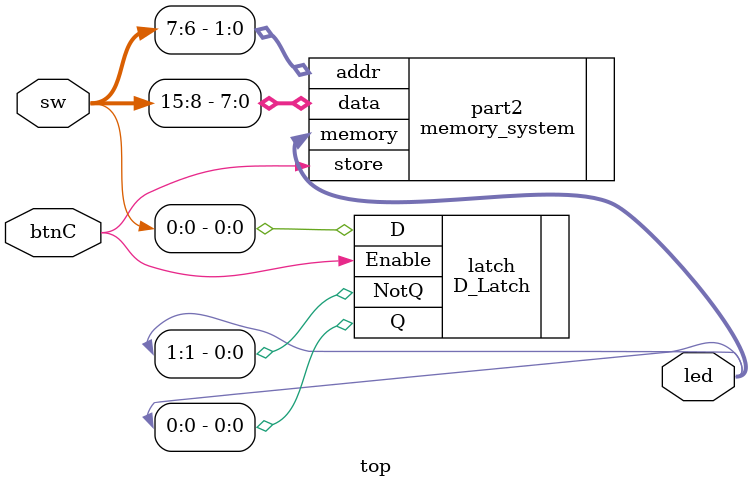
<source format=v>
module top(
    input [15:0] sw,
    input btnC,
    output [15:0] led
);


       
     memory_system part2(
        .data(sw[15:8]),
        .addr(sw[7:6]),
        .store(btnC),
        .memory(led)
    );

    
        D_Latch latch(
        .D(sw[0]),
        .Enable(btnC), 
        .Q(led[0]),
        .NotQ(led[1])
    );

endmodule

</source>
